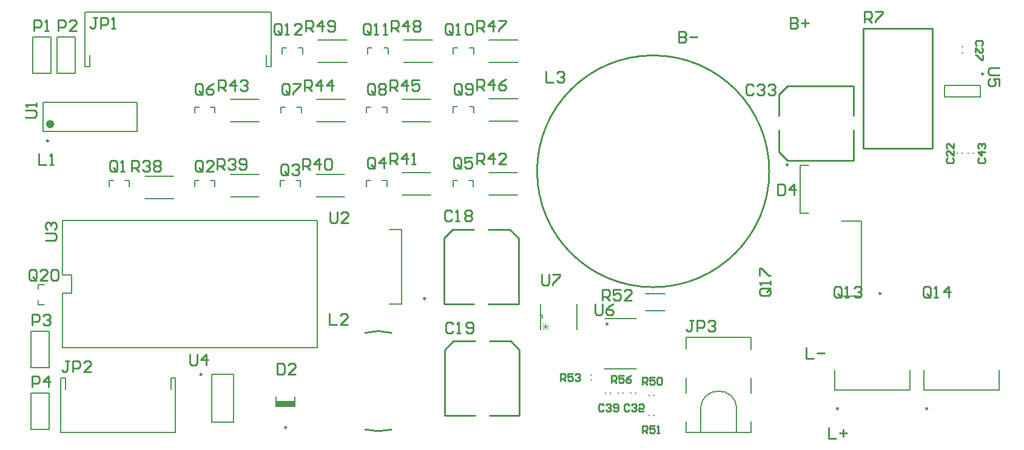
<source format=gto>
G04 Layer_Color=65535*
%FSAX24Y24*%
%MOIN*%
G70*
G01*
G75*
%ADD39C,0.0100*%
%ADD67C,0.0098*%
%ADD68C,0.0060*%
%ADD69C,0.0080*%
%ADD70C,0.0236*%
%ADD71C,0.0079*%
%ADD72C,0.0030*%
%ADD73R,0.1024X0.0306*%
D39*
X033387Y010688D02*
G03*
X034813Y010688I000713J002662D01*
G01*
Y016012D02*
G03*
X033387Y016012I-000713J-002662D01*
G01*
X055578Y024900D02*
G03*
X055578Y024900I-006378J000000D01*
G01*
X060750Y026150D02*
X061330D01*
X060750D02*
Y032750D01*
X064550D01*
Y026150D02*
Y032750D01*
X061330Y026150D02*
X064550D01*
X040194Y011453D02*
X041847D01*
X040194Y015547D02*
X041375D01*
X038225D02*
X039406D01*
X037753Y011453D02*
X039406D01*
X037753Y015075D02*
X038225Y015547D01*
X037753Y011453D02*
Y015075D01*
X041375Y015547D02*
X041847Y015075D01*
Y011453D02*
Y015075D01*
X040144Y017603D02*
X041797D01*
X040144Y021697D02*
X041325D01*
X038175D02*
X039356D01*
X037703Y017603D02*
X039356D01*
X037703Y021225D02*
X038175Y021697D01*
X037703Y017603D02*
Y021225D01*
X041325Y021697D02*
X041797Y021225D01*
Y017603D02*
Y021225D01*
X060197Y027944D02*
Y029597D01*
X056103Y027944D02*
Y029125D01*
Y025975D02*
Y027156D01*
X060197Y025503D02*
Y027156D01*
X056103Y025975D02*
X056575Y025503D01*
X060197D01*
X056103Y029125D02*
X056575Y029597D01*
X060197D01*
X038155Y022655D02*
X038055Y022755D01*
X037855D01*
X037755Y022655D01*
Y022255D01*
X037855Y022155D01*
X038055D01*
X038155Y022255D01*
X038355Y022155D02*
X038555D01*
X038455D01*
Y022755D01*
X038355Y022655D01*
X038855D02*
X038955Y022755D01*
X039155D01*
X039255Y022655D01*
Y022555D01*
X039155Y022455D01*
X039255Y022355D01*
Y022255D01*
X039155Y022155D01*
X038955D01*
X038855Y022255D01*
Y022355D01*
X038955Y022455D01*
X038855Y022555D01*
Y022655D01*
X038955Y022455D02*
X039155D01*
X038205Y016505D02*
X038105Y016605D01*
X037905D01*
X037805Y016505D01*
Y016105D01*
X037905Y016005D01*
X038105D01*
X038205Y016105D01*
X038405Y016005D02*
X038605D01*
X038505D01*
Y016605D01*
X038405Y016505D01*
X038905Y016105D02*
X039005Y016005D01*
X039205D01*
X039305Y016105D01*
Y016505D01*
X039205Y016605D01*
X039005D01*
X038905Y016505D01*
Y016405D01*
X039005Y016305D01*
X039305D01*
X067233Y031833D02*
X067300Y031900D01*
Y032033D01*
X067233Y032100D01*
X066967D01*
X066900Y032033D01*
Y031900D01*
X066967Y031833D01*
X066900Y031434D02*
Y031700D01*
X067167Y031434D01*
X067233D01*
X067300Y031500D01*
Y031633D01*
X067233Y031700D01*
X067300Y031300D02*
Y031034D01*
X067233D01*
X066967Y031300D01*
X066900D01*
X054700Y029600D02*
X054600Y029700D01*
X054400D01*
X054300Y029600D01*
Y029200D01*
X054400Y029100D01*
X054600D01*
X054700Y029200D01*
X054900Y029600D02*
X055000Y029700D01*
X055200D01*
X055300Y029600D01*
Y029500D01*
X055200Y029400D01*
X055100D01*
X055200D01*
X055300Y029300D01*
Y029200D01*
X055200Y029100D01*
X055000D01*
X054900Y029200D01*
X055500Y029600D02*
X055600Y029700D01*
X055800D01*
X055899Y029600D01*
Y029500D01*
X055800Y029400D01*
X055700D01*
X055800D01*
X055899Y029300D01*
Y029200D01*
X055800Y029100D01*
X055600D01*
X055500Y029200D01*
X047867Y011767D02*
X047800Y011700D01*
X047667D01*
X047600Y011767D01*
Y012033D01*
X047667Y012100D01*
X047800D01*
X047867Y012033D01*
X048000Y011767D02*
X048067Y011700D01*
X048200D01*
X048266Y011767D01*
Y011833D01*
X048200Y011900D01*
X048133D01*
X048200D01*
X048266Y011967D01*
Y012033D01*
X048200Y012100D01*
X048067D01*
X048000Y012033D01*
X048666Y011700D02*
X048400D01*
Y011900D01*
X048533Y011833D01*
X048600D01*
X048666Y011900D01*
Y012033D01*
X048600Y012100D01*
X048466D01*
X048400Y012033D01*
X046467Y012033D02*
X046400Y012100D01*
X046267D01*
X046200Y012033D01*
Y011767D01*
X046267Y011700D01*
X046400D01*
X046467Y011767D01*
X046600Y012033D02*
X046667Y012100D01*
X046800D01*
X046866Y012033D01*
Y011967D01*
X046800Y011900D01*
X046733D01*
X046800D01*
X046866Y011833D01*
Y011767D01*
X046800Y011700D01*
X046667D01*
X046600Y011767D01*
X047000D02*
X047066Y011700D01*
X047200D01*
X047266Y011767D01*
Y012033D01*
X047200Y012100D01*
X047066D01*
X047000Y012033D01*
Y011967D01*
X047066Y011900D01*
X047266D01*
X028535Y014335D02*
Y013735D01*
X028835D01*
X028935Y013835D01*
Y014235D01*
X028835Y014335D01*
X028535D01*
X029535Y013735D02*
X029135D01*
X029535Y014135D01*
Y014235D01*
X029435Y014335D01*
X029235D01*
X029135Y014235D01*
X056050Y024200D02*
Y023600D01*
X056350D01*
X056450Y023700D01*
Y024100D01*
X056350Y024200D01*
X056050D01*
X056950Y023600D02*
Y024200D01*
X056650Y023900D01*
X057050D01*
X018650Y033350D02*
X018450D01*
X018550D01*
Y032850D01*
X018450Y032750D01*
X018350D01*
X018250Y032850D01*
X018850Y032750D02*
Y033350D01*
X019150D01*
X019250Y033250D01*
Y033050D01*
X019150Y032950D01*
X018850D01*
X019450Y032750D02*
X019650D01*
X019550D01*
Y033350D01*
X019450Y033250D01*
X017110Y014470D02*
X016910D01*
X017010D01*
Y013970D01*
X016910Y013870D01*
X016810D01*
X016710Y013970D01*
X017310Y013870D02*
Y014470D01*
X017610D01*
X017710Y014370D01*
Y014170D01*
X017610Y014070D01*
X017310D01*
X018309Y013870D02*
X017910D01*
X018309Y014270D01*
Y014370D01*
X018210Y014470D01*
X018010D01*
X017910Y014370D01*
X015430Y025860D02*
Y025260D01*
X015830D01*
X016030D02*
X016230D01*
X016130D01*
Y025860D01*
X016030Y025760D01*
X031405Y017055D02*
Y016455D01*
X031805D01*
X032405D02*
X032005D01*
X032405Y016855D01*
Y016955D01*
X032305Y017055D01*
X032105D01*
X032005Y016955D01*
X043300Y030400D02*
Y029800D01*
X043700D01*
X043900Y030300D02*
X044000Y030400D01*
X044200D01*
X044300Y030300D01*
Y030200D01*
X044200Y030100D01*
X044100D01*
X044200D01*
X044300Y030000D01*
Y029900D01*
X044200Y029800D01*
X044000D01*
X043900Y029900D01*
X015165Y032635D02*
Y033235D01*
X015465D01*
X015565Y033135D01*
Y032935D01*
X015465Y032835D01*
X015165D01*
X015765Y032635D02*
X015965D01*
X015865D01*
Y033235D01*
X015765Y033135D01*
X016515Y032635D02*
Y033235D01*
X016815D01*
X016915Y033135D01*
Y032935D01*
X016815Y032835D01*
X016515D01*
X017515Y032635D02*
X017115D01*
X017515Y033035D01*
Y033135D01*
X017415Y033235D01*
X017215D01*
X017115Y033135D01*
X015065Y016435D02*
Y017035D01*
X015365D01*
X015465Y016935D01*
Y016735D01*
X015365Y016635D01*
X015065D01*
X015665Y016935D02*
X015765Y017035D01*
X015965D01*
X016065Y016935D01*
Y016835D01*
X015965Y016735D01*
X015865D01*
X015965D01*
X016065Y016635D01*
Y016535D01*
X015965Y016435D01*
X015765D01*
X015665Y016535D01*
X015060Y013040D02*
Y013640D01*
X015360D01*
X015460Y013540D01*
Y013340D01*
X015360Y013240D01*
X015060D01*
X015960Y013040D02*
Y013640D01*
X015660Y013340D01*
X016060D01*
X019750Y025000D02*
Y025400D01*
X019650Y025500D01*
X019450D01*
X019350Y025400D01*
Y025000D01*
X019450Y024900D01*
X019650D01*
X019550Y025100D02*
X019750Y024900D01*
X019650D02*
X019750Y025000D01*
X019950Y024900D02*
X020150D01*
X020050D01*
Y025500D01*
X019950Y025400D01*
X024450Y025000D02*
Y025400D01*
X024350Y025500D01*
X024150D01*
X024050Y025400D01*
Y025000D01*
X024150Y024900D01*
X024350D01*
X024250Y025100D02*
X024450Y024900D01*
X024350D02*
X024450Y025000D01*
X025050Y024900D02*
X024650D01*
X025050Y025300D01*
Y025400D01*
X024950Y025500D01*
X024750D01*
X024650Y025400D01*
X029150Y024800D02*
Y025200D01*
X029050Y025300D01*
X028850D01*
X028750Y025200D01*
Y024800D01*
X028850Y024700D01*
X029050D01*
X028950Y024900D02*
X029150Y024700D01*
X029050D02*
X029150Y024800D01*
X029350Y025200D02*
X029450Y025300D01*
X029650D01*
X029750Y025200D01*
Y025100D01*
X029650Y025000D01*
X029550D01*
X029650D01*
X029750Y024900D01*
Y024800D01*
X029650Y024700D01*
X029450D01*
X029350Y024800D01*
X033905Y025165D02*
Y025565D01*
X033805Y025665D01*
X033605D01*
X033505Y025565D01*
Y025165D01*
X033605Y025065D01*
X033805D01*
X033705Y025265D02*
X033905Y025065D01*
X033805D02*
X033905Y025165D01*
X034405Y025065D02*
Y025665D01*
X034105Y025365D01*
X034505D01*
X038655Y025165D02*
Y025565D01*
X038555Y025665D01*
X038355D01*
X038255Y025565D01*
Y025165D01*
X038355Y025065D01*
X038555D01*
X038455Y025265D02*
X038655Y025065D01*
X038555D02*
X038655Y025165D01*
X039255Y025665D02*
X038855D01*
Y025365D01*
X039055Y025465D01*
X039155D01*
X039255Y025365D01*
Y025165D01*
X039155Y025065D01*
X038955D01*
X038855Y025165D01*
X024455Y029215D02*
Y029615D01*
X024355Y029715D01*
X024155D01*
X024055Y029615D01*
Y029215D01*
X024155Y029115D01*
X024355D01*
X024255Y029315D02*
X024455Y029115D01*
X024355D02*
X024455Y029215D01*
X025055Y029715D02*
X024855Y029615D01*
X024655Y029415D01*
Y029215D01*
X024755Y029115D01*
X024955D01*
X025055Y029215D01*
Y029315D01*
X024955Y029415D01*
X024655D01*
X029205Y029215D02*
Y029615D01*
X029105Y029715D01*
X028905D01*
X028805Y029615D01*
Y029215D01*
X028905Y029115D01*
X029105D01*
X029005Y029315D02*
X029205Y029115D01*
X029105D02*
X029205Y029215D01*
X029405Y029715D02*
X029805D01*
Y029615D01*
X029405Y029215D01*
Y029115D01*
X033905Y029215D02*
Y029615D01*
X033805Y029715D01*
X033605D01*
X033505Y029615D01*
Y029215D01*
X033605Y029115D01*
X033805D01*
X033705Y029315D02*
X033905Y029115D01*
X033805D02*
X033905Y029215D01*
X034105Y029615D02*
X034205Y029715D01*
X034405D01*
X034505Y029615D01*
Y029515D01*
X034405Y029415D01*
X034505Y029315D01*
Y029215D01*
X034405Y029115D01*
X034205D01*
X034105Y029215D01*
Y029315D01*
X034205Y029415D01*
X034105Y029515D01*
Y029615D01*
X034205Y029415D02*
X034405D01*
X038678Y029229D02*
Y029629D01*
X038578Y029729D01*
X038378D01*
X038278Y029629D01*
Y029229D01*
X038378Y029129D01*
X038578D01*
X038478Y029329D02*
X038678Y029129D01*
X038578D02*
X038678Y029229D01*
X038878D02*
X038978Y029129D01*
X039178D01*
X039278Y029229D01*
Y029629D01*
X039178Y029729D01*
X038978D01*
X038878Y029629D01*
Y029529D01*
X038978Y029429D01*
X039278D01*
X038173Y032514D02*
Y032914D01*
X038073Y033014D01*
X037873D01*
X037773Y032914D01*
Y032514D01*
X037873Y032414D01*
X038073D01*
X037973Y032614D02*
X038173Y032414D01*
X038073D02*
X038173Y032514D01*
X038373Y032414D02*
X038573D01*
X038473D01*
Y033014D01*
X038373Y032914D01*
X038872D02*
X038972Y033014D01*
X039172D01*
X039272Y032914D01*
Y032514D01*
X039172Y032414D01*
X038972D01*
X038872Y032514D01*
Y032914D01*
X033673Y032514D02*
Y032914D01*
X033573Y033014D01*
X033373D01*
X033273Y032914D01*
Y032514D01*
X033373Y032414D01*
X033573D01*
X033473Y032614D02*
X033673Y032414D01*
X033573D02*
X033673Y032514D01*
X033873Y032414D02*
X034073D01*
X033973D01*
Y033014D01*
X033873Y032914D01*
X034372Y032414D02*
X034572D01*
X034472D01*
Y033014D01*
X034372Y032914D01*
X028773Y032514D02*
Y032914D01*
X028673Y033014D01*
X028473D01*
X028373Y032914D01*
Y032514D01*
X028473Y032414D01*
X028673D01*
X028573Y032614D02*
X028773Y032414D01*
X028673D02*
X028773Y032514D01*
X028973Y032414D02*
X029173D01*
X029073D01*
Y033014D01*
X028973Y032914D01*
X029872Y032414D02*
X029472D01*
X029872Y032814D01*
Y032914D01*
X029772Y033014D01*
X029572D01*
X029472Y032914D01*
X059555Y018075D02*
Y018475D01*
X059455Y018575D01*
X059255D01*
X059155Y018475D01*
Y018075D01*
X059255Y017975D01*
X059455D01*
X059355Y018175D02*
X059555Y017975D01*
X059455D02*
X059555Y018075D01*
X059755Y017975D02*
X059955D01*
X059855D01*
Y018575D01*
X059755Y018475D01*
X060255D02*
X060355Y018575D01*
X060555D01*
X060655Y018475D01*
Y018375D01*
X060555Y018275D01*
X060455D01*
X060555D01*
X060655Y018175D01*
Y018075D01*
X060555Y017975D01*
X060355D01*
X060255Y018075D01*
X064455D02*
Y018475D01*
X064355Y018575D01*
X064155D01*
X064055Y018475D01*
Y018075D01*
X064155Y017975D01*
X064355D01*
X064255Y018175D02*
X064455Y017975D01*
X064355D02*
X064455Y018075D01*
X064655Y017975D02*
X064855D01*
X064755D01*
Y018575D01*
X064655Y018475D01*
X065455Y017975D02*
Y018575D01*
X065155Y018275D01*
X065555D01*
X055550Y018450D02*
X055150D01*
X055050Y018350D01*
Y018150D01*
X055150Y018050D01*
X055550D01*
X055650Y018150D01*
Y018350D01*
X055450Y018250D02*
X055650Y018450D01*
Y018350D02*
X055550Y018450D01*
X055650Y018650D02*
Y018850D01*
Y018750D01*
X055050D01*
X055150Y018650D01*
X055050Y019150D02*
Y019550D01*
X055150D01*
X055550Y019150D01*
X055650D01*
X015300Y019000D02*
Y019400D01*
X015200Y019500D01*
X015000D01*
X014900Y019400D01*
Y019000D01*
X015000Y018900D01*
X015200D01*
X015100Y019100D02*
X015300Y018900D01*
X015200D02*
X015300Y019000D01*
X015900Y018900D02*
X015500D01*
X015900Y019300D01*
Y019400D01*
X015800Y019500D01*
X015600D01*
X015500Y019400D01*
X016100D02*
X016200Y019500D01*
X016400D01*
X016499Y019400D01*
Y019000D01*
X016400Y018900D01*
X016200D01*
X016100Y019000D01*
Y019400D01*
X060795Y033095D02*
Y033695D01*
X061095D01*
X061195Y033595D01*
Y033395D01*
X061095Y033295D01*
X060795D01*
X060995D02*
X061195Y033095D01*
X061395Y033695D02*
X061795D01*
Y033595D01*
X061395Y033195D01*
Y033095D01*
X020550Y024900D02*
Y025500D01*
X020850D01*
X020950Y025400D01*
Y025200D01*
X020850Y025100D01*
X020550D01*
X020750D02*
X020950Y024900D01*
X021150Y025400D02*
X021250Y025500D01*
X021450D01*
X021550Y025400D01*
Y025300D01*
X021450Y025200D01*
X021350D01*
X021450D01*
X021550Y025100D01*
Y025000D01*
X021450Y024900D01*
X021250D01*
X021150Y025000D01*
X021750Y025400D02*
X021850Y025500D01*
X022050D01*
X022149Y025400D01*
Y025300D01*
X022050Y025200D01*
X022149Y025100D01*
Y025000D01*
X022050Y024900D01*
X021850D01*
X021750Y025000D01*
Y025100D01*
X021850Y025200D01*
X021750Y025300D01*
Y025400D01*
X021850Y025200D02*
X022050D01*
X025250Y025000D02*
Y025600D01*
X025550D01*
X025650Y025500D01*
Y025300D01*
X025550Y025200D01*
X025250D01*
X025450D02*
X025650Y025000D01*
X025850Y025500D02*
X025950Y025600D01*
X026150D01*
X026250Y025500D01*
Y025400D01*
X026150Y025300D01*
X026050D01*
X026150D01*
X026250Y025200D01*
Y025100D01*
X026150Y025000D01*
X025950D01*
X025850Y025100D01*
X026450D02*
X026550Y025000D01*
X026750D01*
X026849Y025100D01*
Y025500D01*
X026750Y025600D01*
X026550D01*
X026450Y025500D01*
Y025400D01*
X026550Y025300D01*
X026849D01*
X029950Y025000D02*
Y025600D01*
X030250D01*
X030350Y025500D01*
Y025300D01*
X030250Y025200D01*
X029950D01*
X030150D02*
X030350Y025000D01*
X030850D02*
Y025600D01*
X030550Y025300D01*
X030950D01*
X031150Y025500D02*
X031250Y025600D01*
X031450D01*
X031549Y025500D01*
Y025100D01*
X031450Y025000D01*
X031250D01*
X031150Y025100D01*
Y025500D01*
X034750Y025280D02*
Y025880D01*
X035050D01*
X035150Y025780D01*
Y025580D01*
X035050Y025480D01*
X034750D01*
X034950D02*
X035150Y025280D01*
X035650D02*
Y025880D01*
X035350Y025580D01*
X035750D01*
X035950Y025280D02*
X036150D01*
X036050D01*
Y025880D01*
X035950Y025780D01*
X039500Y025280D02*
Y025880D01*
X039800D01*
X039900Y025780D01*
Y025580D01*
X039800Y025480D01*
X039500D01*
X039700D02*
X039900Y025280D01*
X040400D02*
Y025880D01*
X040100Y025580D01*
X040500D01*
X041099Y025280D02*
X040700D01*
X041099Y025680D01*
Y025780D01*
X041000Y025880D01*
X040800D01*
X040700Y025780D01*
X025300Y029330D02*
Y029930D01*
X025600D01*
X025700Y029830D01*
Y029630D01*
X025600Y029530D01*
X025300D01*
X025500D02*
X025700Y029330D01*
X026200D02*
Y029930D01*
X025900Y029630D01*
X026300D01*
X026500Y029830D02*
X026600Y029930D01*
X026800D01*
X026899Y029830D01*
Y029730D01*
X026800Y029630D01*
X026700D01*
X026800D01*
X026899Y029530D01*
Y029430D01*
X026800Y029330D01*
X026600D01*
X026500Y029430D01*
X030050Y029330D02*
Y029930D01*
X030350D01*
X030450Y029830D01*
Y029630D01*
X030350Y029530D01*
X030050D01*
X030250D02*
X030450Y029330D01*
X030950D02*
Y029930D01*
X030650Y029630D01*
X031050D01*
X031550Y029330D02*
Y029930D01*
X031250Y029630D01*
X031649D01*
X034750Y029330D02*
Y029930D01*
X035050D01*
X035150Y029830D01*
Y029630D01*
X035050Y029530D01*
X034750D01*
X034950D02*
X035150Y029330D01*
X035650D02*
Y029930D01*
X035350Y029630D01*
X035750D01*
X036349Y029930D02*
X035950D01*
Y029630D01*
X036150Y029730D01*
X036250D01*
X036349Y029630D01*
Y029430D01*
X036250Y029330D01*
X036050D01*
X035950Y029430D01*
X039523Y029344D02*
Y029944D01*
X039823D01*
X039923Y029844D01*
Y029644D01*
X039823Y029544D01*
X039523D01*
X039723D02*
X039923Y029344D01*
X040423D02*
Y029944D01*
X040123Y029644D01*
X040523D01*
X041122Y029944D02*
X040922Y029844D01*
X040722Y029644D01*
Y029444D01*
X040822Y029344D01*
X041022D01*
X041122Y029444D01*
Y029544D01*
X041022Y029644D01*
X040722D01*
X039523Y032594D02*
Y033194D01*
X039823D01*
X039923Y033094D01*
Y032894D01*
X039823Y032794D01*
X039523D01*
X039723D02*
X039923Y032594D01*
X040423D02*
Y033194D01*
X040123Y032894D01*
X040523D01*
X040722Y033194D02*
X041122D01*
Y033094D01*
X040722Y032694D01*
Y032594D01*
X034823D02*
Y033194D01*
X035123D01*
X035223Y033094D01*
Y032894D01*
X035123Y032794D01*
X034823D01*
X035023D02*
X035223Y032594D01*
X035723D02*
Y033194D01*
X035423Y032894D01*
X035823D01*
X036022Y033094D02*
X036122Y033194D01*
X036322D01*
X036422Y033094D01*
Y032994D01*
X036322Y032894D01*
X036422Y032794D01*
Y032694D01*
X036322Y032594D01*
X036122D01*
X036022Y032694D01*
Y032794D01*
X036122Y032894D01*
X036022Y032994D01*
Y033094D01*
X036122Y032894D02*
X036322D01*
X030123Y032594D02*
Y033194D01*
X030423D01*
X030523Y033094D01*
Y032894D01*
X030423Y032794D01*
X030123D01*
X030323D02*
X030523Y032594D01*
X031023D02*
Y033194D01*
X030723Y032894D01*
X031123D01*
X031322Y032694D02*
X031422Y032594D01*
X031622D01*
X031722Y032694D01*
Y033094D01*
X031622Y033194D01*
X031422D01*
X031322Y033094D01*
Y032994D01*
X031422Y032894D01*
X031722D01*
X048600Y013150D02*
Y013550D01*
X048800D01*
X048867Y013483D01*
Y013350D01*
X048800Y013283D01*
X048600D01*
X048733D02*
X048867Y013150D01*
X049266Y013550D02*
X049000D01*
Y013350D01*
X049133Y013417D01*
X049200D01*
X049266Y013350D01*
Y013217D01*
X049200Y013150D01*
X049067D01*
X049000Y013217D01*
X049400Y013483D02*
X049466Y013550D01*
X049600D01*
X049666Y013483D01*
Y013217D01*
X049600Y013150D01*
X049466D01*
X049400Y013217D01*
Y013483D01*
X048600Y010500D02*
Y010900D01*
X048800D01*
X048867Y010833D01*
Y010700D01*
X048800Y010633D01*
X048600D01*
X048733D02*
X048867Y010500D01*
X049266Y010900D02*
X049000D01*
Y010700D01*
X049133Y010767D01*
X049200D01*
X049266Y010700D01*
Y010567D01*
X049200Y010500D01*
X049067D01*
X049000Y010567D01*
X049400Y010500D02*
X049533D01*
X049466D01*
Y010900D01*
X049400Y010833D01*
X046400Y017800D02*
Y018400D01*
X046700D01*
X046800Y018300D01*
Y018100D01*
X046700Y018000D01*
X046400D01*
X046600D02*
X046800Y017800D01*
X047400Y018400D02*
X047000D01*
Y018100D01*
X047200Y018200D01*
X047300D01*
X047400Y018100D01*
Y017900D01*
X047300Y017800D01*
X047100D01*
X047000Y017900D01*
X047999Y017800D02*
X047600D01*
X047999Y018200D01*
Y018300D01*
X047900Y018400D01*
X047700D01*
X047600Y018300D01*
X044100Y013350D02*
Y013750D01*
X044300D01*
X044367Y013683D01*
Y013550D01*
X044300Y013483D01*
X044100D01*
X044233D02*
X044367Y013350D01*
X044766Y013750D02*
X044500D01*
Y013550D01*
X044633Y013617D01*
X044700D01*
X044766Y013550D01*
Y013417D01*
X044700Y013350D01*
X044567D01*
X044500Y013417D01*
X044900Y013683D02*
X044966Y013750D01*
X045100D01*
X045166Y013683D01*
Y013617D01*
X045100Y013550D01*
X045033D01*
X045100D01*
X045166Y013483D01*
Y013417D01*
X045100Y013350D01*
X044966D01*
X044900Y013417D01*
X046900Y013250D02*
Y013650D01*
X047100D01*
X047167Y013583D01*
Y013450D01*
X047100Y013383D01*
X046900D01*
X047033D02*
X047167Y013250D01*
X047566Y013650D02*
X047300D01*
Y013450D01*
X047433Y013517D01*
X047500D01*
X047566Y013450D01*
Y013317D01*
X047500Y013250D01*
X047367D01*
X047300Y013317D01*
X047966Y013650D02*
X047833Y013583D01*
X047700Y013450D01*
Y013317D01*
X047766Y013250D01*
X047900D01*
X047966Y013317D01*
Y013383D01*
X047900Y013450D01*
X047700D01*
X014700Y027850D02*
X015200D01*
X015300Y027950D01*
Y028150D01*
X015200Y028250D01*
X014700D01*
X015300Y028450D02*
Y028650D01*
Y028550D01*
X014700D01*
X014800Y028450D01*
X031440Y022650D02*
Y022150D01*
X031540Y022050D01*
X031740D01*
X031840Y022150D01*
Y022650D01*
X032440Y022050D02*
X032040D01*
X032440Y022450D01*
Y022550D01*
X032340Y022650D01*
X032140D01*
X032040Y022550D01*
X015800Y021100D02*
X016300D01*
X016400Y021200D01*
Y021400D01*
X016300Y021500D01*
X015800D01*
X015900Y021700D02*
X015800Y021800D01*
Y022000D01*
X015900Y022100D01*
X016000D01*
X016100Y022000D01*
Y021900D01*
Y022000D01*
X016200Y022100D01*
X016300D01*
X016400Y022000D01*
Y021800D01*
X016300Y021700D01*
X023755Y014825D02*
Y014325D01*
X023855Y014225D01*
X024055D01*
X024155Y014325D01*
Y014825D01*
X024655Y014225D02*
Y014825D01*
X024355Y014525D01*
X024755D01*
X068200Y030600D02*
X067700D01*
X067600Y030500D01*
Y030300D01*
X067700Y030200D01*
X068200D01*
Y029600D02*
Y030000D01*
X067900D01*
X068000Y029800D01*
Y029700D01*
X067900Y029600D01*
X067700D01*
X067600Y029700D01*
Y029900D01*
X067700Y030000D01*
X046000Y017600D02*
Y017100D01*
X046100Y017000D01*
X046300D01*
X046400Y017100D01*
Y017600D01*
X047000D02*
X046800Y017500D01*
X046600Y017300D01*
Y017100D01*
X046700Y017000D01*
X046900D01*
X047000Y017100D01*
Y017200D01*
X046900Y017300D01*
X046600D01*
X043060Y019240D02*
Y018740D01*
X043160Y018640D01*
X043360D01*
X043460Y018740D01*
Y019240D01*
X043660D02*
X044060D01*
Y019140D01*
X043660Y018740D01*
Y018640D01*
X051400Y016700D02*
X051200D01*
X051300D01*
Y016200D01*
X051200Y016100D01*
X051100D01*
X051000Y016200D01*
X051600Y016100D02*
Y016700D01*
X051900D01*
X052000Y016600D01*
Y016400D01*
X051900Y016300D01*
X051600D01*
X052200Y016600D02*
X052300Y016700D01*
X052500D01*
X052599Y016600D01*
Y016500D01*
X052500Y016400D01*
X052400D01*
X052500D01*
X052599Y016300D01*
Y016200D01*
X052500Y016100D01*
X052300D01*
X052200Y016200D01*
X065367Y025617D02*
X065300Y025550D01*
Y025417D01*
X065367Y025350D01*
X065633D01*
X065700Y025417D01*
Y025550D01*
X065633Y025617D01*
X065700Y026016D02*
Y025750D01*
X065433Y026016D01*
X065367D01*
X065300Y025950D01*
Y025817D01*
X065367Y025750D01*
X065700Y026416D02*
Y026150D01*
X065433Y026416D01*
X065367D01*
X065300Y026350D01*
Y026216D01*
X065367Y026150D01*
X067117Y025617D02*
X067050Y025550D01*
Y025417D01*
X067117Y025350D01*
X067383D01*
X067450Y025417D01*
Y025550D01*
X067383Y025617D01*
X067450Y025950D02*
X067050D01*
X067250Y025750D01*
Y026016D01*
X067117Y026150D02*
X067050Y026216D01*
Y026350D01*
X067117Y026416D01*
X067183D01*
X067250Y026350D01*
Y026283D01*
Y026350D01*
X067317Y026416D01*
X067383D01*
X067450Y026350D01*
Y026216D01*
X067383Y026150D01*
X057600Y015200D02*
Y014600D01*
X058000D01*
X058200Y014900D02*
X058600D01*
X058850Y010800D02*
Y010200D01*
X059250D01*
X059450Y010500D02*
X059850D01*
X059650Y010700D02*
Y010300D01*
X050600Y032600D02*
Y032000D01*
X050900D01*
X051000Y032100D01*
Y032200D01*
X050900Y032300D01*
X050600D01*
X050900D01*
X051000Y032400D01*
Y032500D01*
X050900Y032600D01*
X050600D01*
X051200Y032300D02*
X051600D01*
X056750Y033350D02*
Y032750D01*
X057050D01*
X057150Y032850D01*
Y032950D01*
X057050Y033050D01*
X056750D01*
X057050D01*
X057150Y033150D01*
Y033250D01*
X057050Y033350D01*
X056750D01*
X057350Y033050D02*
X057750D01*
X057550Y033250D02*
Y032850D01*
D67*
X059376Y011839D02*
G03*
X059376Y011839I-000049J000000D01*
G01*
X064276D02*
G03*
X064276Y011839I-000049J000000D01*
G01*
X029049Y010802D02*
G03*
X029049Y010802I-000049J000000D01*
G01*
X036692Y017898D02*
G03*
X036692Y017898I-000049J000000D01*
G01*
X024398Y013719D02*
G03*
X024398Y013719I-000049J000000D01*
G01*
X015967Y026571D02*
G03*
X015967Y026571I-000049J000000D01*
G01*
X067354Y030265D02*
G03*
X067354Y030265I-000049J000000D01*
G01*
X046701Y016502D02*
G03*
X046701Y016502I-000049J000000D01*
G01*
X061710Y018177D02*
G03*
X061710Y018177I-000049J000000D01*
G01*
X056615Y025264D02*
G03*
X056615Y025264I-000049J000000D01*
G01*
D68*
X042995Y016780D02*
G03*
X042995Y017020I000000J000120D01*
G01*
X045005Y016204D02*
Y017596D01*
X042995Y016204D02*
Y017596D01*
D69*
X052800Y012800D02*
G03*
X051810Y011900I-000045J-000945D01*
G01*
X053784D02*
G03*
X052800Y012800I-000942J-000042D01*
G01*
X038222Y028444D02*
X038458D01*
X038222Y028125D02*
Y028444D01*
X039093D02*
X039333D01*
Y028125D02*
Y028444D01*
X034560Y028111D02*
Y028430D01*
X034320D02*
X034560D01*
X033449Y028111D02*
Y028430D01*
X033685D01*
X028749D02*
X028985D01*
X028749Y028111D02*
Y028430D01*
X029620D02*
X029860D01*
Y028111D02*
Y028430D01*
X025110Y028111D02*
Y028430D01*
X024870D02*
X025110D01*
X023999Y028111D02*
Y028430D01*
X024235D01*
X038199Y024380D02*
X038435D01*
X038199Y024061D02*
Y024380D01*
X039070D02*
X039310D01*
Y024061D02*
Y024380D01*
X034560Y024061D02*
Y024380D01*
X034320D02*
X034560D01*
X033449Y024061D02*
Y024380D01*
X033685D01*
X022952Y010530D02*
Y013530D01*
X016650Y010530D02*
X022950D01*
X016650D02*
Y013530D01*
X022696D02*
X022952D01*
X016650D02*
X016910D01*
X022696Y012900D02*
Y013530D01*
X016910Y012900D02*
Y013530D01*
X051020Y015760D02*
X054572D01*
X051020Y010522D02*
X051810D01*
X053784D01*
X054572D01*
X051810D02*
Y011900D01*
X053784Y010522D02*
Y011900D01*
X051020Y010522D02*
Y011113D01*
Y012690D02*
Y013520D01*
Y015130D02*
Y015760D01*
X054572Y015090D02*
Y015760D01*
Y012690D02*
Y013520D01*
Y010522D02*
Y011113D01*
X015420Y017549D02*
Y017785D01*
Y017549D02*
X015739D01*
X015420Y018420D02*
Y018660D01*
X015739D01*
X025110Y024061D02*
Y024380D01*
X024870D02*
X025110D01*
X023999Y024061D02*
Y024380D01*
X024235D01*
X019299D02*
X019535D01*
X019299Y024061D02*
Y024380D01*
X020170D02*
X020410D01*
Y024061D02*
Y024380D01*
X028699D02*
X028935D01*
X028699Y024061D02*
Y024380D01*
X029570D02*
X029810D01*
Y024061D02*
Y024380D01*
X033522Y031694D02*
X033758D01*
X033522Y031375D02*
Y031694D01*
X034393D02*
X034633D01*
Y031375D02*
Y031694D01*
X039333Y031375D02*
Y031694D01*
X039093D02*
X039333D01*
X038222Y031375D02*
Y031694D01*
X038458D01*
X029933Y031375D02*
Y031694D01*
X029693D02*
X029933D01*
X028822Y031375D02*
Y031694D01*
X029058D01*
X017250Y018200D02*
Y019200D01*
X016750D02*
X017250D01*
X016750D02*
Y022200D01*
X030750D01*
Y015200D02*
Y022200D01*
X016750Y015200D02*
X030750D01*
X016750D02*
Y018200D01*
X017250D01*
X017982Y030670D02*
Y033670D01*
X028218D01*
Y030670D02*
Y033670D01*
X017982Y030670D02*
X018238D01*
X027958D02*
X028218D01*
X018238D02*
Y031300D01*
X027958Y030670D02*
Y031300D01*
D70*
X016183Y027496D02*
G03*
X016183Y027496I-000118J000000D01*
G01*
D71*
X016450Y030300D02*
Y032300D01*
Y030300D02*
X017450D01*
Y032300D01*
X016450D02*
X017450D01*
X030785Y030894D02*
X032360D01*
X030785Y032134D02*
X032360D01*
X035485Y030894D02*
X037060D01*
X035485Y032134D02*
X037060D01*
X015100Y030300D02*
Y032300D01*
Y030300D02*
X016100D01*
Y032300D01*
X015100D02*
X016100D01*
X040185Y030894D02*
X041760D01*
X040185Y032134D02*
X041760D01*
X040185Y027644D02*
X041760D01*
X040185Y028884D02*
X041760D01*
X035413Y027630D02*
X036987D01*
X035413Y028870D02*
X036987D01*
X030713Y027630D02*
X032287D01*
X030713Y028870D02*
X032287D01*
X025963Y027630D02*
X027537D01*
X025963Y028870D02*
X027537D01*
X040163Y023580D02*
X041737D01*
X040163Y024820D02*
X041737D01*
X035413Y023580D02*
X036987D01*
X035413Y024820D02*
X036987D01*
X063317Y012863D02*
Y013965D01*
X059183Y012863D02*
X063317D01*
X059183D02*
Y013965D01*
X068217Y012863D02*
Y013965D01*
X064083Y012863D02*
X068217D01*
X064083D02*
Y013965D01*
X016000Y010700D02*
Y012700D01*
X015000D02*
X016000D01*
X015000Y010700D02*
Y012700D01*
Y010700D02*
X016000D01*
X015000Y014100D02*
Y016100D01*
Y014100D02*
X016000D01*
Y016100D01*
X015000D02*
X016000D01*
X028488Y011964D02*
Y012489D01*
Y011964D02*
X029512D01*
Y012489D01*
X035363Y017603D02*
Y021697D01*
X034694D02*
X035363D01*
X034694Y017603D02*
X035363D01*
X066180Y031757D02*
X066220D01*
X066180Y031443D02*
X066220D01*
X024959Y011081D02*
Y013719D01*
X026141Y011081D02*
Y013719D01*
X024959D02*
X026141D01*
X024959Y011081D02*
X026141D01*
X045780Y013688D02*
X045820D01*
X045780Y013412D02*
X045820D01*
X047962Y012680D02*
Y012720D01*
X048238Y012680D02*
Y012720D01*
X046838Y012680D02*
Y012720D01*
X046562Y012680D02*
Y012720D01*
X047538Y012680D02*
Y012720D01*
X047262Y012680D02*
Y012720D01*
X048962Y011456D02*
Y011495D01*
X049238Y011456D02*
Y011495D01*
X048962Y012556D02*
Y012595D01*
X049238Y012556D02*
Y012595D01*
X015671Y027103D02*
X020829D01*
X015671Y028697D02*
X020829D01*
X015671Y027103D02*
Y028697D01*
X020829Y027103D02*
Y028697D01*
X021263Y023380D02*
X022837D01*
X021263Y024620D02*
X022837D01*
X025963Y023480D02*
X027537D01*
X025963Y024720D02*
X027537D01*
X030663Y023480D02*
X032237D01*
X030663Y024720D02*
X032237D01*
X065216Y028985D02*
Y029615D01*
X067184Y028985D02*
Y029615D01*
X065216Y028985D02*
X067184D01*
X065216Y029615D02*
X067184D01*
X048769Y017228D02*
X049832D01*
X048769Y018172D02*
X049832D01*
X046534Y016778D02*
X048266D01*
X046494Y014022D02*
X048266D01*
X059535Y022167D02*
X060637D01*
Y018033D02*
Y022167D01*
X059535Y018033D02*
X060637D01*
X057285Y025219D02*
X057747D01*
X057285Y022581D02*
Y025219D01*
Y022581D02*
X057747D01*
X065912Y025880D02*
Y025920D01*
X066188Y025880D02*
Y025920D01*
X066512Y025880D02*
Y025920D01*
X066788Y025880D02*
Y025920D01*
D72*
X043111Y016191D02*
X043444Y016525D01*
Y016191D02*
X043111Y016525D01*
X043278Y016191D02*
Y016525D01*
X043444Y016358D02*
X043111D01*
D73*
X029000Y012117D02*
D03*
M02*

</source>
